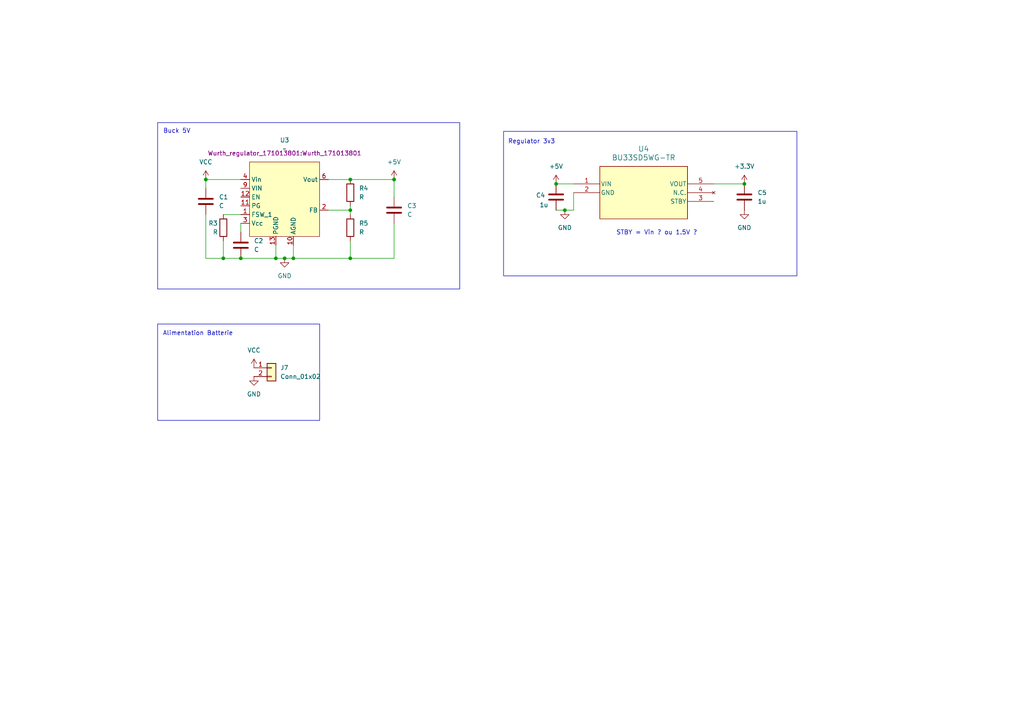
<source format=kicad_sch>
(kicad_sch
	(version 20231120)
	(generator "eeschema")
	(generator_version "8.0")
	(uuid "e0eeb90b-6523-454b-b38c-91bf9abdf46c")
	(paper "A4")
	(lib_symbols
		(symbol "2025-03-16_15-16-17:BU33SD5WG-TR"
			(pin_names
				(offset 0.254)
			)
			(exclude_from_sim no)
			(in_bom yes)
			(on_board yes)
			(property "Reference" "U"
				(at 20.32 10.16 0)
				(effects
					(font
						(size 1.524 1.524)
					)
				)
			)
			(property "Value" "BU33SD5WG-TR"
				(at 20.32 7.62 0)
				(effects
					(font
						(size 1.524 1.524)
					)
				)
			)
			(property "Footprint" "SSOP5_ROM"
				(at 0 7.366 0)
				(effects
					(font
						(size 1.27 1.27)
						(italic yes)
					)
					(hide yes)
				)
			)
			(property "Datasheet" "BU33SD5WG-TR"
				(at -0.508 5.08 0)
				(effects
					(font
						(size 1.27 1.27)
						(italic yes)
					)
					(hide yes)
				)
			)
			(property "Description" ""
				(at 0 0 0)
				(effects
					(font
						(size 1.27 1.27)
					)
					(hide yes)
				)
			)
			(property "Sim.Library" "C:\\Users\\garbe\\Downloads\\BU33SD5WG_TR\\SSOP5_ROM.stl"
				(at 16.51 12.954 0)
				(effects
					(font
						(size 1.27 1.27)
					)
					(hide yes)
				)
			)
			(property "ki_keywords" "BU33SD5WG-TR"
				(at 0 0 0)
				(effects
					(font
						(size 1.27 1.27)
					)
					(hide yes)
				)
			)
			(property "ki_fp_filters" "SSOP5_ROM SSOP5_ROM-M SSOP5_ROM-L"
				(at 0 0 0)
				(effects
					(font
						(size 1.27 1.27)
					)
					(hide yes)
				)
			)
			(symbol "BU33SD5WG-TR_0_1"
				(polyline
					(pts
						(xy 7.62 5.08) (xy 7.62 -10.16)
					)
					(stroke
						(width 0.127)
						(type default)
					)
					(fill
						(type none)
					)
				)
				(polyline
					(pts
						(xy 33.02 -10.16) (xy 33.02 5.08)
					)
					(stroke
						(width 0.127)
						(type default)
					)
					(fill
						(type none)
					)
				)
				(polyline
					(pts
						(xy 33.02 5.08) (xy 7.62 5.08)
					)
					(stroke
						(width 0.127)
						(type default)
					)
					(fill
						(type none)
					)
				)
				(pin unspecified line
					(at 0 0 0)
					(length 7.62)
					(name "VIN"
						(effects
							(font
								(size 1.27 1.27)
							)
						)
					)
					(number "1"
						(effects
							(font
								(size 1.27 1.27)
							)
						)
					)
				)
				(pin power_out line
					(at 0 -2.54 0)
					(length 7.62)
					(name "GND"
						(effects
							(font
								(size 1.27 1.27)
							)
						)
					)
					(number "2"
						(effects
							(font
								(size 1.27 1.27)
							)
						)
					)
				)
				(pin unspecified line
					(at 40.64 -5.08 180)
					(length 7.62)
					(name "STBY"
						(effects
							(font
								(size 1.27 1.27)
							)
						)
					)
					(number "3"
						(effects
							(font
								(size 1.27 1.27)
							)
						)
					)
				)
				(pin no_connect line
					(at 40.64 -2.54 180)
					(length 7.62)
					(name "N.C."
						(effects
							(font
								(size 1.27 1.27)
							)
						)
					)
					(number "4"
						(effects
							(font
								(size 1.27 1.27)
							)
						)
					)
				)
				(pin output line
					(at 40.64 0 180)
					(length 7.62)
					(name "VOUT"
						(effects
							(font
								(size 1.27 1.27)
							)
						)
					)
					(number "5"
						(effects
							(font
								(size 1.27 1.27)
							)
						)
					)
				)
			)
			(symbol "BU33SD5WG-TR_1_1"
				(rectangle
					(start 7.62 5.08)
					(end 33.02 -10.16)
					(stroke
						(width 0)
						(type default)
					)
					(fill
						(type background)
					)
				)
			)
		)
		(symbol "Connector_Generic:Conn_01x02"
			(pin_names
				(offset 1.016) hide)
			(exclude_from_sim no)
			(in_bom yes)
			(on_board yes)
			(property "Reference" "J"
				(at 0 2.54 0)
				(effects
					(font
						(size 1.27 1.27)
					)
				)
			)
			(property "Value" "Conn_01x02"
				(at 0 -5.08 0)
				(effects
					(font
						(size 1.27 1.27)
					)
				)
			)
			(property "Footprint" ""
				(at 0 0 0)
				(effects
					(font
						(size 1.27 1.27)
					)
					(hide yes)
				)
			)
			(property "Datasheet" "~"
				(at 0 0 0)
				(effects
					(font
						(size 1.27 1.27)
					)
					(hide yes)
				)
			)
			(property "Description" "Generic connector, single row, 01x02, script generated (kicad-library-utils/schlib/autogen/connector/)"
				(at 0 0 0)
				(effects
					(font
						(size 1.27 1.27)
					)
					(hide yes)
				)
			)
			(property "ki_keywords" "connector"
				(at 0 0 0)
				(effects
					(font
						(size 1.27 1.27)
					)
					(hide yes)
				)
			)
			(property "ki_fp_filters" "Connector*:*_1x??_*"
				(at 0 0 0)
				(effects
					(font
						(size 1.27 1.27)
					)
					(hide yes)
				)
			)
			(symbol "Conn_01x02_1_1"
				(rectangle
					(start -1.27 -2.413)
					(end 0 -2.667)
					(stroke
						(width 0.1524)
						(type default)
					)
					(fill
						(type none)
					)
				)
				(rectangle
					(start -1.27 0.127)
					(end 0 -0.127)
					(stroke
						(width 0.1524)
						(type default)
					)
					(fill
						(type none)
					)
				)
				(rectangle
					(start -1.27 1.27)
					(end 1.27 -3.81)
					(stroke
						(width 0.254)
						(type default)
					)
					(fill
						(type background)
					)
				)
				(pin passive line
					(at -5.08 0 0)
					(length 3.81)
					(name "Pin_1"
						(effects
							(font
								(size 1.27 1.27)
							)
						)
					)
					(number "1"
						(effects
							(font
								(size 1.27 1.27)
							)
						)
					)
				)
				(pin passive line
					(at -5.08 -2.54 0)
					(length 3.81)
					(name "Pin_2"
						(effects
							(font
								(size 1.27 1.27)
							)
						)
					)
					(number "2"
						(effects
							(font
								(size 1.27 1.27)
							)
						)
					)
				)
			)
		)
		(symbol "Device:C"
			(pin_numbers hide)
			(pin_names
				(offset 0.254)
			)
			(exclude_from_sim no)
			(in_bom yes)
			(on_board yes)
			(property "Reference" "C"
				(at 0.635 2.54 0)
				(effects
					(font
						(size 1.27 1.27)
					)
					(justify left)
				)
			)
			(property "Value" "C"
				(at 0.635 -2.54 0)
				(effects
					(font
						(size 1.27 1.27)
					)
					(justify left)
				)
			)
			(property "Footprint" ""
				(at 0.9652 -3.81 0)
				(effects
					(font
						(size 1.27 1.27)
					)
					(hide yes)
				)
			)
			(property "Datasheet" "~"
				(at 0 0 0)
				(effects
					(font
						(size 1.27 1.27)
					)
					(hide yes)
				)
			)
			(property "Description" "Unpolarized capacitor"
				(at 0 0 0)
				(effects
					(font
						(size 1.27 1.27)
					)
					(hide yes)
				)
			)
			(property "ki_keywords" "cap capacitor"
				(at 0 0 0)
				(effects
					(font
						(size 1.27 1.27)
					)
					(hide yes)
				)
			)
			(property "ki_fp_filters" "C_*"
				(at 0 0 0)
				(effects
					(font
						(size 1.27 1.27)
					)
					(hide yes)
				)
			)
			(symbol "C_0_1"
				(polyline
					(pts
						(xy -2.032 -0.762) (xy 2.032 -0.762)
					)
					(stroke
						(width 0.508)
						(type default)
					)
					(fill
						(type none)
					)
				)
				(polyline
					(pts
						(xy -2.032 0.762) (xy 2.032 0.762)
					)
					(stroke
						(width 0.508)
						(type default)
					)
					(fill
						(type none)
					)
				)
			)
			(symbol "C_1_1"
				(pin passive line
					(at 0 3.81 270)
					(length 2.794)
					(name "~"
						(effects
							(font
								(size 1.27 1.27)
							)
						)
					)
					(number "1"
						(effects
							(font
								(size 1.27 1.27)
							)
						)
					)
				)
				(pin passive line
					(at 0 -3.81 90)
					(length 2.794)
					(name "~"
						(effects
							(font
								(size 1.27 1.27)
							)
						)
					)
					(number "2"
						(effects
							(font
								(size 1.27 1.27)
							)
						)
					)
				)
			)
		)
		(symbol "Device:R"
			(pin_numbers hide)
			(pin_names
				(offset 0)
			)
			(exclude_from_sim no)
			(in_bom yes)
			(on_board yes)
			(property "Reference" "R"
				(at 2.032 0 90)
				(effects
					(font
						(size 1.27 1.27)
					)
				)
			)
			(property "Value" "R"
				(at 0 0 90)
				(effects
					(font
						(size 1.27 1.27)
					)
				)
			)
			(property "Footprint" ""
				(at -1.778 0 90)
				(effects
					(font
						(size 1.27 1.27)
					)
					(hide yes)
				)
			)
			(property "Datasheet" "~"
				(at 0 0 0)
				(effects
					(font
						(size 1.27 1.27)
					)
					(hide yes)
				)
			)
			(property "Description" "Resistor"
				(at 0 0 0)
				(effects
					(font
						(size 1.27 1.27)
					)
					(hide yes)
				)
			)
			(property "ki_keywords" "R res resistor"
				(at 0 0 0)
				(effects
					(font
						(size 1.27 1.27)
					)
					(hide yes)
				)
			)
			(property "ki_fp_filters" "R_*"
				(at 0 0 0)
				(effects
					(font
						(size 1.27 1.27)
					)
					(hide yes)
				)
			)
			(symbol "R_0_1"
				(rectangle
					(start -1.016 -2.54)
					(end 1.016 2.54)
					(stroke
						(width 0.254)
						(type default)
					)
					(fill
						(type none)
					)
				)
			)
			(symbol "R_1_1"
				(pin passive line
					(at 0 3.81 270)
					(length 1.27)
					(name "~"
						(effects
							(font
								(size 1.27 1.27)
							)
						)
					)
					(number "1"
						(effects
							(font
								(size 1.27 1.27)
							)
						)
					)
				)
				(pin passive line
					(at 0 -3.81 90)
					(length 1.27)
					(name "~"
						(effects
							(font
								(size 1.27 1.27)
							)
						)
					)
					(number "2"
						(effects
							(font
								(size 1.27 1.27)
							)
						)
					)
				)
			)
		)
		(symbol "Wurth_regulator_171013801:Regulator_Wurth_171013801"
			(exclude_from_sim no)
			(in_bom yes)
			(on_board yes)
			(property "Reference" "U"
				(at -0.254 7.366 0)
				(effects
					(font
						(size 1.27 1.27)
					)
				)
			)
			(property "Value" ""
				(at 0 0 0)
				(effects
					(font
						(size 1.27 1.27)
					)
				)
			)
			(property "Footprint" "Wurth_regulator_171013801:Wurth_171013801"
				(at 4.064 11.43 0)
				(effects
					(font
						(size 1.27 1.27)
					)
				)
			)
			(property "Datasheet" ""
				(at 0 0 0)
				(effects
					(font
						(size 1.27 1.27)
					)
					(hide yes)
				)
			)
			(property "Description" ""
				(at 0 0 0)
				(effects
					(font
						(size 1.27 1.27)
					)
					(hide yes)
				)
			)
			(symbol "Regulator_Wurth_171013801_1_1"
				(rectangle
					(start -10.16 10.16)
					(end 10.16 -11.43)
					(stroke
						(width 0)
						(type default)
					)
					(fill
						(type background)
					)
				)
				(pin input line
					(at -12.7 -5.08 0)
					(length 2.54)
					(name "FSW_1"
						(effects
							(font
								(size 1.27 1.27)
							)
						)
					)
					(number "1"
						(effects
							(font
								(size 1.27 1.27)
							)
						)
					)
				)
				(pin input line
					(at 2.54 -13.97 90)
					(length 2.54)
					(name "AGND"
						(effects
							(font
								(size 1.27 1.27)
							)
						)
					)
					(number "10"
						(effects
							(font
								(size 1.27 1.27)
							)
						)
					)
				)
				(pin power_in line
					(at -12.7 -2.54 0)
					(length 2.54)
					(name "PG"
						(effects
							(font
								(size 1.27 1.27)
							)
						)
					)
					(number "11"
						(effects
							(font
								(size 1.27 1.27)
							)
						)
					)
				)
				(pin input line
					(at -12.7 0 0)
					(length 2.54)
					(name "EN"
						(effects
							(font
								(size 1.27 1.27)
							)
						)
					)
					(number "12"
						(effects
							(font
								(size 1.27 1.27)
							)
						)
					)
				)
				(pin input line
					(at -2.54 -13.97 90)
					(length 2.54)
					(name "PGND"
						(effects
							(font
								(size 1.27 1.27)
							)
						)
					)
					(number "13"
						(effects
							(font
								(size 1.27 1.27)
							)
						)
					)
				)
				(pin input line
					(at 12.7 -3.81 180)
					(length 2.54)
					(name "FB"
						(effects
							(font
								(size 1.27 1.27)
							)
						)
					)
					(number "2"
						(effects
							(font
								(size 1.27 1.27)
							)
						)
					)
				)
				(pin power_out line
					(at -12.7 -7.62 0)
					(length 2.54)
					(name "Vcc"
						(effects
							(font
								(size 1.27 1.27)
							)
						)
					)
					(number "3"
						(effects
							(font
								(size 1.27 1.27)
							)
						)
					)
				)
				(pin power_in line
					(at -12.7 5.08 0)
					(length 2.54)
					(name "Vin"
						(effects
							(font
								(size 1.27 1.27)
							)
						)
					)
					(number "4"
						(effects
							(font
								(size 1.27 1.27)
							)
						)
					)
				)
				(pin power_in line
					(at -12.7 5.08 0)
					(length 2.54) hide
					(name "Vin"
						(effects
							(font
								(size 1.27 1.27)
							)
						)
					)
					(number "5"
						(effects
							(font
								(size 1.27 1.27)
							)
						)
					)
				)
				(pin power_out line
					(at 12.7 5.08 180)
					(length 2.54)
					(name "Vout"
						(effects
							(font
								(size 1.27 1.27)
							)
						)
					)
					(number "6"
						(effects
							(font
								(size 1.27 1.27)
							)
						)
					)
				)
				(pin power_out line
					(at 12.7 5.08 180)
					(length 2.54) hide
					(name "Vout"
						(effects
							(font
								(size 1.27 1.27)
							)
						)
					)
					(number "7"
						(effects
							(font
								(size 1.27 1.27)
							)
						)
					)
				)
				(pin no_connect line
					(at 12.7 2.54 180)
					(length 2.54) hide
					(name "DNC"
						(effects
							(font
								(size 1.27 1.27)
							)
						)
					)
					(number "8"
						(effects
							(font
								(size 1.27 1.27)
							)
						)
					)
				)
				(pin power_out line
					(at -12.7 2.54 0)
					(length 2.54)
					(name "VIN"
						(effects
							(font
								(size 1.27 1.27)
							)
						)
					)
					(number "9"
						(effects
							(font
								(size 1.27 1.27)
							)
						)
					)
				)
			)
		)
		(symbol "power:GND"
			(power)
			(pin_numbers hide)
			(pin_names
				(offset 0) hide)
			(exclude_from_sim no)
			(in_bom yes)
			(on_board yes)
			(property "Reference" "#PWR"
				(at 0 -6.35 0)
				(effects
					(font
						(size 1.27 1.27)
					)
					(hide yes)
				)
			)
			(property "Value" "GND"
				(at 0 -3.81 0)
				(effects
					(font
						(size 1.27 1.27)
					)
				)
			)
			(property "Footprint" ""
				(at 0 0 0)
				(effects
					(font
						(size 1.27 1.27)
					)
					(hide yes)
				)
			)
			(property "Datasheet" ""
				(at 0 0 0)
				(effects
					(font
						(size 1.27 1.27)
					)
					(hide yes)
				)
			)
			(property "Description" "Power symbol creates a global label with name \"GND\" , ground"
				(at 0 0 0)
				(effects
					(font
						(size 1.27 1.27)
					)
					(hide yes)
				)
			)
			(property "ki_keywords" "global power"
				(at 0 0 0)
				(effects
					(font
						(size 1.27 1.27)
					)
					(hide yes)
				)
			)
			(symbol "GND_0_1"
				(polyline
					(pts
						(xy 0 0) (xy 0 -1.27) (xy 1.27 -1.27) (xy 0 -2.54) (xy -1.27 -1.27) (xy 0 -1.27)
					)
					(stroke
						(width 0)
						(type default)
					)
					(fill
						(type none)
					)
				)
			)
			(symbol "GND_1_1"
				(pin power_in line
					(at 0 0 270)
					(length 0)
					(name "~"
						(effects
							(font
								(size 1.27 1.27)
							)
						)
					)
					(number "1"
						(effects
							(font
								(size 1.27 1.27)
							)
						)
					)
				)
			)
		)
		(symbol "power:VCC"
			(power)
			(pin_numbers hide)
			(pin_names
				(offset 0) hide)
			(exclude_from_sim no)
			(in_bom yes)
			(on_board yes)
			(property "Reference" "#PWR"
				(at 0 -3.81 0)
				(effects
					(font
						(size 1.27 1.27)
					)
					(hide yes)
				)
			)
			(property "Value" "VCC"
				(at 0 3.556 0)
				(effects
					(font
						(size 1.27 1.27)
					)
				)
			)
			(property "Footprint" ""
				(at 0 0 0)
				(effects
					(font
						(size 1.27 1.27)
					)
					(hide yes)
				)
			)
			(property "Datasheet" ""
				(at 0 0 0)
				(effects
					(font
						(size 1.27 1.27)
					)
					(hide yes)
				)
			)
			(property "Description" "Power symbol creates a global label with name \"VCC\""
				(at 0 0 0)
				(effects
					(font
						(size 1.27 1.27)
					)
					(hide yes)
				)
			)
			(property "ki_keywords" "global power"
				(at 0 0 0)
				(effects
					(font
						(size 1.27 1.27)
					)
					(hide yes)
				)
			)
			(symbol "VCC_0_1"
				(polyline
					(pts
						(xy -0.762 1.27) (xy 0 2.54)
					)
					(stroke
						(width 0)
						(type default)
					)
					(fill
						(type none)
					)
				)
				(polyline
					(pts
						(xy 0 0) (xy 0 2.54)
					)
					(stroke
						(width 0)
						(type default)
					)
					(fill
						(type none)
					)
				)
				(polyline
					(pts
						(xy 0 2.54) (xy 0.762 1.27)
					)
					(stroke
						(width 0)
						(type default)
					)
					(fill
						(type none)
					)
				)
			)
			(symbol "VCC_1_1"
				(pin power_in line
					(at 0 0 90)
					(length 0)
					(name "~"
						(effects
							(font
								(size 1.27 1.27)
							)
						)
					)
					(number "1"
						(effects
							(font
								(size 1.27 1.27)
							)
						)
					)
				)
			)
		)
	)
	(junction
		(at 64.77 74.93)
		(diameter 0)
		(color 0 0 0 0)
		(uuid "045a4b72-59bc-4aaf-82a9-ed4f1dc64558")
	)
	(junction
		(at 101.6 60.96)
		(diameter 0)
		(color 0 0 0 0)
		(uuid "06d4b060-c791-4c49-bbfe-14836e517777")
	)
	(junction
		(at 59.69 52.07)
		(diameter 0)
		(color 0 0 0 0)
		(uuid "117e3d07-cce3-4834-9aaa-03e89131657a")
	)
	(junction
		(at 161.29 53.34)
		(diameter 0)
		(color 0 0 0 0)
		(uuid "1f906051-cb8a-4099-baf4-49832e07a44c")
	)
	(junction
		(at 114.3 52.07)
		(diameter 0)
		(color 0 0 0 0)
		(uuid "2e8d9e2b-91b7-451f-813c-6f2d4f4bd345")
	)
	(junction
		(at 80.01 74.93)
		(diameter 0)
		(color 0 0 0 0)
		(uuid "4c8768eb-928f-466c-a649-fb41b18c3eba")
	)
	(junction
		(at 85.09 74.93)
		(diameter 0)
		(color 0 0 0 0)
		(uuid "5acf6593-f404-4dbb-9bee-efc8e5254d52")
	)
	(junction
		(at 69.85 74.93)
		(diameter 0)
		(color 0 0 0 0)
		(uuid "5faec959-9660-49cb-9e10-67ee91f21c30")
	)
	(junction
		(at 101.6 74.93)
		(diameter 0)
		(color 0 0 0 0)
		(uuid "62fdba22-bf0c-48c0-acb0-585d402858a0")
	)
	(junction
		(at 163.83 60.96)
		(diameter 0)
		(color 0 0 0 0)
		(uuid "6dd77e4d-309a-47d5-a53f-b1ec407a0bcb")
	)
	(junction
		(at 82.55 74.93)
		(diameter 0)
		(color 0 0 0 0)
		(uuid "b06a6cab-be07-4fd7-b961-a01c04e37cca")
	)
	(junction
		(at 215.9 53.34)
		(diameter 0)
		(color 0 0 0 0)
		(uuid "d5476526-6603-4300-8774-28e3c27d19ba")
	)
	(junction
		(at 101.6 52.07)
		(diameter 0)
		(color 0 0 0 0)
		(uuid "ea029324-63a9-42a3-b177-c4839bbcbc88")
	)
	(wire
		(pts
			(xy 80.01 74.93) (xy 82.55 74.93)
		)
		(stroke
			(width 0)
			(type default)
		)
		(uuid "00daf659-dd25-4ecf-9f9d-15f1ca8436a4")
	)
	(wire
		(pts
			(xy 101.6 59.69) (xy 101.6 60.96)
		)
		(stroke
			(width 0)
			(type default)
		)
		(uuid "030aa15c-8f81-4100-8bbf-22bf3feae375")
	)
	(wire
		(pts
			(xy 59.69 62.23) (xy 59.69 74.93)
		)
		(stroke
			(width 0)
			(type default)
		)
		(uuid "04c01698-2ede-4f2d-9f5c-59face10c6a6")
	)
	(wire
		(pts
			(xy 64.77 74.93) (xy 64.77 69.85)
		)
		(stroke
			(width 0)
			(type default)
		)
		(uuid "0f540888-e025-44c6-a2e9-077395cf2454")
	)
	(wire
		(pts
			(xy 80.01 74.93) (xy 69.85 74.93)
		)
		(stroke
			(width 0)
			(type default)
		)
		(uuid "1a106f28-c617-42c1-a4cc-9665f48eeba5")
	)
	(wire
		(pts
			(xy 59.69 52.07) (xy 69.85 52.07)
		)
		(stroke
			(width 0)
			(type default)
		)
		(uuid "1a7f1f39-211f-41e4-b0ca-50dc75d0991b")
	)
	(wire
		(pts
			(xy 101.6 74.93) (xy 101.6 69.85)
		)
		(stroke
			(width 0)
			(type default)
		)
		(uuid "24815eda-39e6-4c52-a6a5-2384ea4d3d91")
	)
	(wire
		(pts
			(xy 95.25 52.07) (xy 101.6 52.07)
		)
		(stroke
			(width 0)
			(type default)
		)
		(uuid "329ebf94-7cc1-4693-bb7e-9a28fa584b59")
	)
	(wire
		(pts
			(xy 85.09 74.93) (xy 101.6 74.93)
		)
		(stroke
			(width 0)
			(type default)
		)
		(uuid "37d3f0f3-c662-4958-8ff9-5880603afb57")
	)
	(wire
		(pts
			(xy 85.09 74.93) (xy 85.09 71.12)
		)
		(stroke
			(width 0)
			(type default)
		)
		(uuid "3e8a2ac0-8414-4930-9805-09c91df7328a")
	)
	(wire
		(pts
			(xy 166.37 55.88) (xy 166.37 60.96)
		)
		(stroke
			(width 0)
			(type default)
		)
		(uuid "4f4ed5ef-d947-4143-8636-14aeecde348b")
	)
	(wire
		(pts
			(xy 166.37 60.96) (xy 163.83 60.96)
		)
		(stroke
			(width 0)
			(type default)
		)
		(uuid "553e0784-a1c0-4ad4-8657-65d23c9e9886")
	)
	(wire
		(pts
			(xy 69.85 74.93) (xy 64.77 74.93)
		)
		(stroke
			(width 0)
			(type default)
		)
		(uuid "5907ed41-6e55-46ca-b1e4-5cc70aeb1a18")
	)
	(wire
		(pts
			(xy 101.6 52.07) (xy 114.3 52.07)
		)
		(stroke
			(width 0)
			(type default)
		)
		(uuid "59e16298-fb0e-481d-922d-eb972990c160")
	)
	(wire
		(pts
			(xy 69.85 64.77) (xy 69.85 67.31)
		)
		(stroke
			(width 0)
			(type default)
		)
		(uuid "661b41c7-d373-494f-bfb3-f099f49fd421")
	)
	(wire
		(pts
			(xy 59.69 74.93) (xy 64.77 74.93)
		)
		(stroke
			(width 0)
			(type default)
		)
		(uuid "680282e2-7053-4d46-a864-2528c3c85926")
	)
	(wire
		(pts
			(xy 114.3 74.93) (xy 101.6 74.93)
		)
		(stroke
			(width 0)
			(type default)
		)
		(uuid "7c052abe-2081-44c5-951a-33817cf282d2")
	)
	(wire
		(pts
			(xy 59.69 52.07) (xy 59.69 54.61)
		)
		(stroke
			(width 0)
			(type default)
		)
		(uuid "863261f0-e8b6-4563-953c-92167a7c8cee")
	)
	(wire
		(pts
			(xy 80.01 71.12) (xy 80.01 74.93)
		)
		(stroke
			(width 0)
			(type default)
		)
		(uuid "94d74aae-3b10-495c-8239-8b5a2e51e325")
	)
	(wire
		(pts
			(xy 82.55 74.93) (xy 85.09 74.93)
		)
		(stroke
			(width 0)
			(type default)
		)
		(uuid "98cf4a4c-8172-4838-b22d-897e35f8e60d")
	)
	(wire
		(pts
			(xy 101.6 60.96) (xy 101.6 62.23)
		)
		(stroke
			(width 0)
			(type default)
		)
		(uuid "9dcf8a50-2eb3-4451-9ca5-da6abf0c76fc")
	)
	(wire
		(pts
			(xy 64.77 62.23) (xy 69.85 62.23)
		)
		(stroke
			(width 0)
			(type default)
		)
		(uuid "aa0b445f-bc87-42c3-a366-38914f7f750f")
	)
	(wire
		(pts
			(xy 161.29 53.34) (xy 166.37 53.34)
		)
		(stroke
			(width 0)
			(type default)
		)
		(uuid "ab5c7e10-a2ae-4a2a-87b6-f13ab414163d")
	)
	(wire
		(pts
			(xy 95.25 60.96) (xy 101.6 60.96)
		)
		(stroke
			(width 0)
			(type default)
		)
		(uuid "c720ee86-0905-4929-90f4-404a6342eab4")
	)
	(wire
		(pts
			(xy 207.01 53.34) (xy 215.9 53.34)
		)
		(stroke
			(width 0)
			(type default)
		)
		(uuid "cfb2af36-9b2d-441d-839e-f20fbb24d7a1")
	)
	(wire
		(pts
			(xy 114.3 64.77) (xy 114.3 74.93)
		)
		(stroke
			(width 0)
			(type default)
		)
		(uuid "eaea92e1-4817-4a12-a2e1-c5aa99dcfce3")
	)
	(wire
		(pts
			(xy 114.3 52.07) (xy 114.3 57.15)
		)
		(stroke
			(width 0)
			(type default)
		)
		(uuid "f5d37586-a5fa-4717-97b1-dfdca02d940b")
	)
	(wire
		(pts
			(xy 163.83 60.96) (xy 161.29 60.96)
		)
		(stroke
			(width 0)
			(type default)
		)
		(uuid "ffb118aa-3e53-4b32-b164-28f0153bce60")
	)
	(rectangle
		(start 45.72 93.98)
		(end 92.71 121.92)
		(stroke
			(width 0)
			(type default)
		)
		(fill
			(type none)
		)
		(uuid 36295d85-2394-4843-855f-6884d7409058)
	)
	(rectangle
		(start 45.72 35.56)
		(end 133.35 83.82)
		(stroke
			(width 0)
			(type default)
		)
		(fill
			(type none)
		)
		(uuid a9f931cf-fd9a-488a-bef2-3c050466df27)
	)
	(rectangle
		(start 146.05 38.1)
		(end 231.14 80.01)
		(stroke
			(width 0)
			(type default)
		)
		(fill
			(type none)
		)
		(uuid d091bf21-26c8-447a-96c7-55409e3e797d)
	)
	(text "Alimentation Batterie"
		(exclude_from_sim no)
		(at 57.404 96.774 0)
		(effects
			(font
				(size 1.27 1.27)
			)
		)
		(uuid "5595102d-c87c-4329-aa37-0fcb7480efdb")
	)
	(text "Regulator 3v3\n"
		(exclude_from_sim no)
		(at 154.178 41.148 0)
		(effects
			(font
				(size 1.27 1.27)
			)
		)
		(uuid "99f21b5e-b0ae-41d3-9913-f45b6c649bc3")
	)
	(text "STBY = Vin ? ou 1.5V ?\n"
		(exclude_from_sim no)
		(at 190.5 67.564 0)
		(effects
			(font
				(size 1.27 1.27)
			)
		)
		(uuid "d77add24-2003-4303-8e6f-d0af86e5c6dd")
	)
	(text "Buck 5V\n"
		(exclude_from_sim no)
		(at 51.308 38.1 0)
		(effects
			(font
				(size 1.27 1.27)
			)
		)
		(uuid "ffcc7d1d-0df8-4fc0-992b-6d21039e6d7b")
	)
	(symbol
		(lib_id "Device:C")
		(at 161.29 57.15 0)
		(unit 1)
		(exclude_from_sim no)
		(in_bom yes)
		(on_board yes)
		(dnp no)
		(uuid "016ff56f-3032-4581-b7ff-fc8167a77f29")
		(property "Reference" "C4"
			(at 155.448 56.642 0)
			(effects
				(font
					(size 1.27 1.27)
				)
				(justify left)
			)
		)
		(property "Value" "1u"
			(at 156.464 59.436 0)
			(effects
				(font
					(size 1.27 1.27)
				)
				(justify left)
			)
		)
		(property "Footprint" ""
			(at 162.2552 60.96 0)
			(effects
				(font
					(size 1.27 1.27)
				)
				(hide yes)
			)
		)
		(property "Datasheet" "~"
			(at 161.29 57.15 0)
			(effects
				(font
					(size 1.27 1.27)
				)
				(hide yes)
			)
		)
		(property "Description" "Unpolarized capacitor"
			(at 161.29 57.15 0)
			(effects
				(font
					(size 1.27 1.27)
				)
				(hide yes)
			)
		)
		(pin "2"
			(uuid "b9ab4774-d8b2-44d5-9d5b-2da4ee166f04")
		)
		(pin "1"
			(uuid "1868ce99-fba6-4bcf-a147-71488f6f394e")
		)
		(instances
			(project "PCB_Module_Payement"
				(path "/48ddf8d7-54b6-4c34-8554-2bb8e32bda4b/ac7e33cb-006f-48f6-93b0-aad0d3b0876b"
					(reference "C4")
					(unit 1)
				)
			)
		)
	)
	(symbol
		(lib_id "power:VCC")
		(at 73.66 106.68 0)
		(unit 1)
		(exclude_from_sim no)
		(in_bom yes)
		(on_board yes)
		(dnp no)
		(fields_autoplaced yes)
		(uuid "05777e02-60eb-4525-9015-73ac7fe5bda2")
		(property "Reference" "#PWR05"
			(at 73.66 110.49 0)
			(effects
				(font
					(size 1.27 1.27)
				)
				(hide yes)
			)
		)
		(property "Value" "VCC"
			(at 73.66 101.6 0)
			(effects
				(font
					(size 1.27 1.27)
				)
			)
		)
		(property "Footprint" ""
			(at 73.66 106.68 0)
			(effects
				(font
					(size 1.27 1.27)
				)
				(hide yes)
			)
		)
		(property "Datasheet" ""
			(at 73.66 106.68 0)
			(effects
				(font
					(size 1.27 1.27)
				)
				(hide yes)
			)
		)
		(property "Description" "Power symbol creates a global label with name \"VCC\""
			(at 73.66 106.68 0)
			(effects
				(font
					(size 1.27 1.27)
				)
				(hide yes)
			)
		)
		(pin "1"
			(uuid "4c218907-4833-4599-a881-8bcfbee76c9a")
		)
		(instances
			(project ""
				(path "/48ddf8d7-54b6-4c34-8554-2bb8e32bda4b/ac7e33cb-006f-48f6-93b0-aad0d3b0876b"
					(reference "#PWR05")
					(unit 1)
				)
			)
		)
	)
	(symbol
		(lib_id "Device:R")
		(at 101.6 55.88 0)
		(unit 1)
		(exclude_from_sim no)
		(in_bom yes)
		(on_board yes)
		(dnp no)
		(fields_autoplaced yes)
		(uuid "0e41700c-4629-42d4-90ef-9e00a34858da")
		(property "Reference" "R4"
			(at 104.14 54.6099 0)
			(effects
				(font
					(size 1.27 1.27)
				)
				(justify left)
			)
		)
		(property "Value" "R"
			(at 104.14 57.1499 0)
			(effects
				(font
					(size 1.27 1.27)
				)
				(justify left)
			)
		)
		(property "Footprint" ""
			(at 99.822 55.88 90)
			(effects
				(font
					(size 1.27 1.27)
				)
				(hide yes)
			)
		)
		(property "Datasheet" "~"
			(at 101.6 55.88 0)
			(effects
				(font
					(size 1.27 1.27)
				)
				(hide yes)
			)
		)
		(property "Description" "Resistor"
			(at 101.6 55.88 0)
			(effects
				(font
					(size 1.27 1.27)
				)
				(hide yes)
			)
		)
		(pin "2"
			(uuid "e86122f3-d3c8-4295-9603-5ea9bc97fd06")
		)
		(pin "1"
			(uuid "cb849ec9-a72f-454a-ae96-e1211762ce0f")
		)
		(instances
			(project "PCB_Module_Payement"
				(path "/48ddf8d7-54b6-4c34-8554-2bb8e32bda4b/ac7e33cb-006f-48f6-93b0-aad0d3b0876b"
					(reference "R4")
					(unit 1)
				)
			)
		)
	)
	(symbol
		(lib_id "Connector_Generic:Conn_01x02")
		(at 78.74 106.68 0)
		(unit 1)
		(exclude_from_sim no)
		(in_bom yes)
		(on_board yes)
		(dnp no)
		(fields_autoplaced yes)
		(uuid "0ed06b4b-bc12-4716-809e-d483eb543194")
		(property "Reference" "J7"
			(at 81.28 106.6799 0)
			(effects
				(font
					(size 1.27 1.27)
				)
				(justify left)
			)
		)
		(property "Value" "Conn_01x02"
			(at 81.28 109.2199 0)
			(effects
				(font
					(size 1.27 1.27)
				)
				(justify left)
			)
		)
		(property "Footprint" "Connector_JST:JST_XH_B2B-XH-A_1x02_P2.50mm_Vertical"
			(at 78.74 106.68 0)
			(effects
				(font
					(size 1.27 1.27)
				)
				(hide yes)
			)
		)
		(property "Datasheet" "~"
			(at 78.74 106.68 0)
			(effects
				(font
					(size 1.27 1.27)
				)
				(hide yes)
			)
		)
		(property "Description" "Generic connector, single row, 01x02, script generated (kicad-library-utils/schlib/autogen/connector/)"
			(at 78.74 106.68 0)
			(effects
				(font
					(size 1.27 1.27)
				)
				(hide yes)
			)
		)
		(pin "1"
			(uuid "337ea9ed-c210-484d-a29a-50ed58e23dc7")
		)
		(pin "2"
			(uuid "4cb71ae2-fa20-4b4e-8b2b-556929db0b9f")
		)
		(instances
			(project ""
				(path "/48ddf8d7-54b6-4c34-8554-2bb8e32bda4b/ac7e33cb-006f-48f6-93b0-aad0d3b0876b"
					(reference "J7")
					(unit 1)
				)
			)
		)
	)
	(symbol
		(lib_id "power:GND")
		(at 163.83 60.96 0)
		(unit 1)
		(exclude_from_sim no)
		(in_bom yes)
		(on_board yes)
		(dnp no)
		(fields_autoplaced yes)
		(uuid "15963bef-3780-4032-a5d0-7b1c824581ac")
		(property "Reference" "#PWR011"
			(at 163.83 67.31 0)
			(effects
				(font
					(size 1.27 1.27)
				)
				(hide yes)
			)
		)
		(property "Value" "GND"
			(at 163.83 66.04 0)
			(effects
				(font
					(size 1.27 1.27)
				)
			)
		)
		(property "Footprint" ""
			(at 163.83 60.96 0)
			(effects
				(font
					(size 1.27 1.27)
				)
				(hide yes)
			)
		)
		(property "Datasheet" ""
			(at 163.83 60.96 0)
			(effects
				(font
					(size 1.27 1.27)
				)
				(hide yes)
			)
		)
		(property "Description" "Power symbol creates a global label with name \"GND\" , ground"
			(at 163.83 60.96 0)
			(effects
				(font
					(size 1.27 1.27)
				)
				(hide yes)
			)
		)
		(pin "1"
			(uuid "5ed81867-e5aa-4721-a464-44f1fc9917e4")
		)
		(instances
			(project "PCB_Module_Payement"
				(path "/48ddf8d7-54b6-4c34-8554-2bb8e32bda4b/ac7e33cb-006f-48f6-93b0-aad0d3b0876b"
					(reference "#PWR011")
					(unit 1)
				)
			)
		)
	)
	(symbol
		(lib_id "power:VCC")
		(at 161.29 53.34 0)
		(unit 1)
		(exclude_from_sim no)
		(in_bom yes)
		(on_board yes)
		(dnp no)
		(fields_autoplaced yes)
		(uuid "1c9a7dd6-c479-4f36-bc04-c3f992ac63c0")
		(property "Reference" "#PWR08"
			(at 161.29 57.15 0)
			(effects
				(font
					(size 1.27 1.27)
				)
				(hide yes)
			)
		)
		(property "Value" "+5V"
			(at 161.29 48.26 0)
			(effects
				(font
					(size 1.27 1.27)
				)
			)
		)
		(property "Footprint" ""
			(at 161.29 53.34 0)
			(effects
				(font
					(size 1.27 1.27)
				)
				(hide yes)
			)
		)
		(property "Datasheet" ""
			(at 161.29 53.34 0)
			(effects
				(font
					(size 1.27 1.27)
				)
				(hide yes)
			)
		)
		(property "Description" "Power symbol creates a global label with name \"VCC\""
			(at 161.29 53.34 0)
			(effects
				(font
					(size 1.27 1.27)
				)
				(hide yes)
			)
		)
		(pin "1"
			(uuid "58d3bfc2-44e8-4759-bb91-5e051dfc7e0e")
		)
		(instances
			(project "PCB_Module_Payement"
				(path "/48ddf8d7-54b6-4c34-8554-2bb8e32bda4b/ac7e33cb-006f-48f6-93b0-aad0d3b0876b"
					(reference "#PWR08")
					(unit 1)
				)
			)
		)
	)
	(symbol
		(lib_id "Device:C")
		(at 59.69 58.42 0)
		(unit 1)
		(exclude_from_sim no)
		(in_bom yes)
		(on_board yes)
		(dnp no)
		(fields_autoplaced yes)
		(uuid "24765494-7362-49c4-97fa-e8f7921c992b")
		(property "Reference" "C1"
			(at 63.5 57.1499 0)
			(effects
				(font
					(size 1.27 1.27)
				)
				(justify left)
			)
		)
		(property "Value" "C"
			(at 63.5 59.6899 0)
			(effects
				(font
					(size 1.27 1.27)
				)
				(justify left)
			)
		)
		(property "Footprint" ""
			(at 60.6552 62.23 0)
			(effects
				(font
					(size 1.27 1.27)
				)
				(hide yes)
			)
		)
		(property "Datasheet" "~"
			(at 59.69 58.42 0)
			(effects
				(font
					(size 1.27 1.27)
				)
				(hide yes)
			)
		)
		(property "Description" "Unpolarized capacitor"
			(at 59.69 58.42 0)
			(effects
				(font
					(size 1.27 1.27)
				)
				(hide yes)
			)
		)
		(pin "2"
			(uuid "378a04d5-a309-4981-b85e-19e4dd2a254b")
		)
		(pin "1"
			(uuid "3acb9176-4c2d-40ea-8ce4-8457b837feab")
		)
		(instances
			(project "PCB_Module_Payement"
				(path "/48ddf8d7-54b6-4c34-8554-2bb8e32bda4b/ac7e33cb-006f-48f6-93b0-aad0d3b0876b"
					(reference "C1")
					(unit 1)
				)
			)
		)
	)
	(symbol
		(lib_id "power:GND")
		(at 82.55 74.93 0)
		(unit 1)
		(exclude_from_sim no)
		(in_bom yes)
		(on_board yes)
		(dnp no)
		(fields_autoplaced yes)
		(uuid "2a1834bc-3ac0-42be-918e-ea12d417883c")
		(property "Reference" "#PWR03"
			(at 82.55 81.28 0)
			(effects
				(font
					(size 1.27 1.27)
				)
				(hide yes)
			)
		)
		(property "Value" "GND"
			(at 82.55 80.01 0)
			(effects
				(font
					(size 1.27 1.27)
				)
			)
		)
		(property "Footprint" ""
			(at 82.55 74.93 0)
			(effects
				(font
					(size 1.27 1.27)
				)
				(hide yes)
			)
		)
		(property "Datasheet" ""
			(at 82.55 74.93 0)
			(effects
				(font
					(size 1.27 1.27)
				)
				(hide yes)
			)
		)
		(property "Description" "Power symbol creates a global label with name \"GND\" , ground"
			(at 82.55 74.93 0)
			(effects
				(font
					(size 1.27 1.27)
				)
				(hide yes)
			)
		)
		(pin "1"
			(uuid "59e4c433-c3f8-41b9-9c3d-f3c257d32295")
		)
		(instances
			(project "PCB_Module_Payement"
				(path "/48ddf8d7-54b6-4c34-8554-2bb8e32bda4b/ac7e33cb-006f-48f6-93b0-aad0d3b0876b"
					(reference "#PWR03")
					(unit 1)
				)
			)
		)
	)
	(symbol
		(lib_id "power:VCC")
		(at 59.69 52.07 0)
		(unit 1)
		(exclude_from_sim no)
		(in_bom yes)
		(on_board yes)
		(dnp no)
		(fields_autoplaced yes)
		(uuid "4a390d11-8fda-49dd-a85c-e0d54caa4eb8")
		(property "Reference" "#PWR06"
			(at 59.69 55.88 0)
			(effects
				(font
					(size 1.27 1.27)
				)
				(hide yes)
			)
		)
		(property "Value" "VCC"
			(at 59.69 46.99 0)
			(effects
				(font
					(size 1.27 1.27)
				)
			)
		)
		(property "Footprint" ""
			(at 59.69 52.07 0)
			(effects
				(font
					(size 1.27 1.27)
				)
				(hide yes)
			)
		)
		(property "Datasheet" ""
			(at 59.69 52.07 0)
			(effects
				(font
					(size 1.27 1.27)
				)
				(hide yes)
			)
		)
		(property "Description" "Power symbol creates a global label with name \"VCC\""
			(at 59.69 52.07 0)
			(effects
				(font
					(size 1.27 1.27)
				)
				(hide yes)
			)
		)
		(pin "1"
			(uuid "fde70d28-f052-4e4b-87fe-60773611c7be")
		)
		(instances
			(project "PCB_Module_Payement"
				(path "/48ddf8d7-54b6-4c34-8554-2bb8e32bda4b/ac7e33cb-006f-48f6-93b0-aad0d3b0876b"
					(reference "#PWR06")
					(unit 1)
				)
			)
		)
	)
	(symbol
		(lib_id "Device:R")
		(at 101.6 66.04 0)
		(unit 1)
		(exclude_from_sim no)
		(in_bom yes)
		(on_board yes)
		(dnp no)
		(fields_autoplaced yes)
		(uuid "4ff3af52-9510-4a52-b5e5-809f86f72bd8")
		(property "Reference" "R5"
			(at 104.14 64.7699 0)
			(effects
				(font
					(size 1.27 1.27)
				)
				(justify left)
			)
		)
		(property "Value" "R"
			(at 104.14 67.3099 0)
			(effects
				(font
					(size 1.27 1.27)
				)
				(justify left)
			)
		)
		(property "Footprint" ""
			(at 99.822 66.04 90)
			(effects
				(font
					(size 1.27 1.27)
				)
				(hide yes)
			)
		)
		(property "Datasheet" "~"
			(at 101.6 66.04 0)
			(effects
				(font
					(size 1.27 1.27)
				)
				(hide yes)
			)
		)
		(property "Description" "Resistor"
			(at 101.6 66.04 0)
			(effects
				(font
					(size 1.27 1.27)
				)
				(hide yes)
			)
		)
		(pin "2"
			(uuid "d3fe6b1e-ada9-4132-b6c5-c3314d6deecb")
		)
		(pin "1"
			(uuid "93dc6f73-fd1f-44b1-a030-b9cfa8aadf91")
		)
		(instances
			(project "PCB_Module_Payement"
				(path "/48ddf8d7-54b6-4c34-8554-2bb8e32bda4b/ac7e33cb-006f-48f6-93b0-aad0d3b0876b"
					(reference "R5")
					(unit 1)
				)
			)
		)
	)
	(symbol
		(lib_id "power:GND")
		(at 215.9 60.96 0)
		(unit 1)
		(exclude_from_sim no)
		(in_bom yes)
		(on_board yes)
		(dnp no)
		(fields_autoplaced yes)
		(uuid "51b1bc1a-7906-431a-b694-2a8ea9dfe664")
		(property "Reference" "#PWR010"
			(at 215.9 67.31 0)
			(effects
				(font
					(size 1.27 1.27)
				)
				(hide yes)
			)
		)
		(property "Value" "GND"
			(at 215.9 66.04 0)
			(effects
				(font
					(size 1.27 1.27)
				)
			)
		)
		(property "Footprint" ""
			(at 215.9 60.96 0)
			(effects
				(font
					(size 1.27 1.27)
				)
				(hide yes)
			)
		)
		(property "Datasheet" ""
			(at 215.9 60.96 0)
			(effects
				(font
					(size 1.27 1.27)
				)
				(hide yes)
			)
		)
		(property "Description" "Power symbol creates a global label with name \"GND\" , ground"
			(at 215.9 60.96 0)
			(effects
				(font
					(size 1.27 1.27)
				)
				(hide yes)
			)
		)
		(pin "1"
			(uuid "ef46330e-2f44-41c3-b75f-a79acebd07dd")
		)
		(instances
			(project ""
				(path "/48ddf8d7-54b6-4c34-8554-2bb8e32bda4b/ac7e33cb-006f-48f6-93b0-aad0d3b0876b"
					(reference "#PWR010")
					(unit 1)
				)
			)
		)
	)
	(symbol
		(lib_id "2025-03-16_15-16-17:BU33SD5WG-TR")
		(at 166.37 53.34 0)
		(unit 1)
		(exclude_from_sim no)
		(in_bom yes)
		(on_board yes)
		(dnp no)
		(fields_autoplaced yes)
		(uuid "6786adf1-df18-4810-b7df-4ce831a89bc7")
		(property "Reference" "U4"
			(at 186.69 43.18 0)
			(effects
				(font
					(size 1.524 1.524)
				)
			)
		)
		(property "Value" "BU33SD5WG-TR"
			(at 186.69 45.72 0)
			(effects
				(font
					(size 1.524 1.524)
				)
			)
		)
		(property "Footprint" "SSOP5_ROM"
			(at 166.37 45.974 0)
			(effects
				(font
					(size 1.27 1.27)
					(italic yes)
				)
				(hide yes)
			)
		)
		(property "Datasheet" "https://fscdn.rohm.com/en/products/databook/datasheet/ic/power/linear_regulator/buxxsd5wg-e.pdf"
			(at 165.862 48.26 0)
			(effects
				(font
					(size 1.27 1.27)
					(italic yes)
				)
				(hide yes)
			)
		)
		(property "Description" ""
			(at 166.37 53.34 0)
			(effects
				(font
					(size 1.27 1.27)
				)
				(hide yes)
			)
		)
		(property "Sim.Library" "C:\\Users\\garbe\\Downloads\\BU33SD5WG_TR\\SSOP5_ROM.stl"
			(at 182.88 40.386 0)
			(effects
				(font
					(size 1.27 1.27)
				)
				(hide yes)
			)
		)
		(pin "1"
			(uuid "ed6c40ba-4ae8-44b8-852e-93109eae5725")
		)
		(pin "3"
			(uuid "d538ffd9-0a27-400f-bb06-a4c160740901")
		)
		(pin "2"
			(uuid "571a75db-2626-4a2a-b95e-e0d65251bc4b")
		)
		(pin "4"
			(uuid "28bee35c-9ade-459c-9682-7efeb1c0b358")
		)
		(pin "5"
			(uuid "f2c560f7-4075-4e27-86a6-c379fbe95aad")
		)
		(instances
			(project ""
				(path "/48ddf8d7-54b6-4c34-8554-2bb8e32bda4b/ac7e33cb-006f-48f6-93b0-aad0d3b0876b"
					(reference "U4")
					(unit 1)
				)
			)
		)
	)
	(symbol
		(lib_id "Device:C")
		(at 114.3 60.96 0)
		(unit 1)
		(exclude_from_sim no)
		(in_bom yes)
		(on_board yes)
		(dnp no)
		(fields_autoplaced yes)
		(uuid "77d6c3f7-fd57-4607-9f01-df027b36b69c")
		(property "Reference" "C3"
			(at 118.11 59.6899 0)
			(effects
				(font
					(size 1.27 1.27)
				)
				(justify left)
			)
		)
		(property "Value" "C"
			(at 118.11 62.2299 0)
			(effects
				(font
					(size 1.27 1.27)
				)
				(justify left)
			)
		)
		(property "Footprint" ""
			(at 115.2652 64.77 0)
			(effects
				(font
					(size 1.27 1.27)
				)
				(hide yes)
			)
		)
		(property "Datasheet" "~"
			(at 114.3 60.96 0)
			(effects
				(font
					(size 1.27 1.27)
				)
				(hide yes)
			)
		)
		(property "Description" "Unpolarized capacitor"
			(at 114.3 60.96 0)
			(effects
				(font
					(size 1.27 1.27)
				)
				(hide yes)
			)
		)
		(pin "2"
			(uuid "21603c71-8fa9-48e6-9f54-f409076478a1")
		)
		(pin "1"
			(uuid "71db70a2-c7d4-4ede-b857-10ea2f874d3c")
		)
		(instances
			(project "PCB_Module_Payement"
				(path "/48ddf8d7-54b6-4c34-8554-2bb8e32bda4b/ac7e33cb-006f-48f6-93b0-aad0d3b0876b"
					(reference "C3")
					(unit 1)
				)
			)
		)
	)
	(symbol
		(lib_id "power:VCC")
		(at 114.3 52.07 0)
		(unit 1)
		(exclude_from_sim no)
		(in_bom yes)
		(on_board yes)
		(dnp no)
		(fields_autoplaced yes)
		(uuid "7a05cdf4-1df7-40e9-898b-f8dcca0fac33")
		(property "Reference" "#PWR07"
			(at 114.3 55.88 0)
			(effects
				(font
					(size 1.27 1.27)
				)
				(hide yes)
			)
		)
		(property "Value" "+5V"
			(at 114.3 46.99 0)
			(effects
				(font
					(size 1.27 1.27)
				)
			)
		)
		(property "Footprint" ""
			(at 114.3 52.07 0)
			(effects
				(font
					(size 1.27 1.27)
				)
				(hide yes)
			)
		)
		(property "Datasheet" ""
			(at 114.3 52.07 0)
			(effects
				(font
					(size 1.27 1.27)
				)
				(hide yes)
			)
		)
		(property "Description" "Power symbol creates a global label with name \"VCC\""
			(at 114.3 52.07 0)
			(effects
				(font
					(size 1.27 1.27)
				)
				(hide yes)
			)
		)
		(pin "1"
			(uuid "50dbbdb5-4402-41b5-b393-d46df210fb1a")
		)
		(instances
			(project "PCB_Module_Payement"
				(path "/48ddf8d7-54b6-4c34-8554-2bb8e32bda4b/ac7e33cb-006f-48f6-93b0-aad0d3b0876b"
					(reference "#PWR07")
					(unit 1)
				)
			)
		)
	)
	(symbol
		(lib_id "power:GND")
		(at 73.66 109.22 0)
		(unit 1)
		(exclude_from_sim no)
		(in_bom yes)
		(on_board yes)
		(dnp no)
		(fields_autoplaced yes)
		(uuid "cd72e180-e615-49a4-927d-8990a4810764")
		(property "Reference" "#PWR04"
			(at 73.66 115.57 0)
			(effects
				(font
					(size 1.27 1.27)
				)
				(hide yes)
			)
		)
		(property "Value" "GND"
			(at 73.66 114.3 0)
			(effects
				(font
					(size 1.27 1.27)
				)
			)
		)
		(property "Footprint" ""
			(at 73.66 109.22 0)
			(effects
				(font
					(size 1.27 1.27)
				)
				(hide yes)
			)
		)
		(property "Datasheet" ""
			(at 73.66 109.22 0)
			(effects
				(font
					(size 1.27 1.27)
				)
				(hide yes)
			)
		)
		(property "Description" "Power symbol creates a global label with name \"GND\" , ground"
			(at 73.66 109.22 0)
			(effects
				(font
					(size 1.27 1.27)
				)
				(hide yes)
			)
		)
		(pin "1"
			(uuid "16491f71-07ab-4e49-a061-29f5611e1542")
		)
		(instances
			(project ""
				(path "/48ddf8d7-54b6-4c34-8554-2bb8e32bda4b/ac7e33cb-006f-48f6-93b0-aad0d3b0876b"
					(reference "#PWR04")
					(unit 1)
				)
			)
		)
	)
	(symbol
		(lib_id "Device:R")
		(at 64.77 66.04 0)
		(unit 1)
		(exclude_from_sim no)
		(in_bom yes)
		(on_board yes)
		(dnp no)
		(uuid "e01bb564-6122-498d-a224-228bef1f005f")
		(property "Reference" "R3"
			(at 60.452 64.77 0)
			(effects
				(font
					(size 1.27 1.27)
				)
				(justify left)
			)
		)
		(property "Value" "R"
			(at 61.722 67.31 0)
			(effects
				(font
					(size 1.27 1.27)
				)
				(justify left)
			)
		)
		(property "Footprint" ""
			(at 62.992 66.04 90)
			(effects
				(font
					(size 1.27 1.27)
				)
				(hide yes)
			)
		)
		(property "Datasheet" "~"
			(at 64.77 66.04 0)
			(effects
				(font
					(size 1.27 1.27)
				)
				(hide yes)
			)
		)
		(property "Description" "Resistor"
			(at 64.77 66.04 0)
			(effects
				(font
					(size 1.27 1.27)
				)
				(hide yes)
			)
		)
		(pin "2"
			(uuid "25003385-d7ac-4cc1-8941-8e3544c145c8")
		)
		(pin "1"
			(uuid "4b8c4d3f-24c4-4974-9380-224b71ddd3b3")
		)
		(instances
			(project "PCB_Module_Payement"
				(path "/48ddf8d7-54b6-4c34-8554-2bb8e32bda4b/ac7e33cb-006f-48f6-93b0-aad0d3b0876b"
					(reference "R3")
					(unit 1)
				)
			)
		)
	)
	(symbol
		(lib_id "Wurth_regulator_171013801:Regulator_Wurth_171013801")
		(at 82.55 57.15 0)
		(unit 1)
		(exclude_from_sim no)
		(in_bom yes)
		(on_board yes)
		(dnp no)
		(fields_autoplaced yes)
		(uuid "e3ee7c72-a064-40e4-806f-e3c9f0cb9134")
		(property "Reference" "U3"
			(at 82.55 40.64 0)
			(effects
				(font
					(size 1.27 1.27)
				)
			)
		)
		(property "Value" "~"
			(at 82.55 43.18 0)
			(effects
				(font
					(size 1.27 1.27)
				)
			)
		)
		(property "Footprint" "Wurth_regulator_171013801:Wurth_171013801"
			(at 82.55 44.45 0)
			(effects
				(font
					(size 1.27 1.27)
				)
			)
		)
		(property "Datasheet" ""
			(at 82.55 57.15 0)
			(effects
				(font
					(size 1.27 1.27)
				)
				(hide yes)
			)
		)
		(property "Description" ""
			(at 82.55 57.15 0)
			(effects
				(font
					(size 1.27 1.27)
				)
				(hide yes)
			)
		)
		(pin "2"
			(uuid "21517203-34dd-49a8-b44e-12002ad8b5b8")
		)
		(pin "6"
			(uuid "17e7f88a-f296-424e-94ff-36271e8859bc")
		)
		(pin "8"
			(uuid "0548085d-9101-42c9-b6a0-dddaf985c119")
		)
		(pin "4"
			(uuid "3ce8f4aa-5199-478b-bfdb-52bbb6bf6554")
		)
		(pin "1"
			(uuid "ab69c3f7-80fb-417e-a2b1-ac6dee5a6322")
		)
		(pin "11"
			(uuid "2f02e956-162a-409d-8e45-3f516b01aa0c")
		)
		(pin "12"
			(uuid "bc6561db-5d0a-4577-9bad-a8a828985f12")
		)
		(pin "3"
			(uuid "7a93420f-6629-4952-8cf4-7e0418ed4106")
		)
		(pin "9"
			(uuid "dd66600d-efc8-48b7-8ff9-4d0fb106b5c8")
		)
		(pin "13"
			(uuid "c199a9af-f4fe-4bb9-bbd4-7257ac26388e")
		)
		(pin "5"
			(uuid "c7200937-9c8d-497d-8f24-4becbc98ad8e")
		)
		(pin "7"
			(uuid "a856c928-00f9-4809-8804-c50768d8196e")
		)
		(pin "10"
			(uuid "3d304370-4aa8-4fab-ac7a-261120f113ca")
		)
		(instances
			(project "PCB_Module_Payement"
				(path "/48ddf8d7-54b6-4c34-8554-2bb8e32bda4b/ac7e33cb-006f-48f6-93b0-aad0d3b0876b"
					(reference "U3")
					(unit 1)
				)
			)
		)
	)
	(symbol
		(lib_id "Device:C")
		(at 69.85 71.12 0)
		(unit 1)
		(exclude_from_sim no)
		(in_bom yes)
		(on_board yes)
		(dnp no)
		(fields_autoplaced yes)
		(uuid "f4d7367a-0aab-4191-a0d1-f9f138509dac")
		(property "Reference" "C2"
			(at 73.66 69.8499 0)
			(effects
				(font
					(size 1.27 1.27)
				)
				(justify left)
			)
		)
		(property "Value" "C"
			(at 73.66 72.3899 0)
			(effects
				(font
					(size 1.27 1.27)
				)
				(justify left)
			)
		)
		(property "Footprint" ""
			(at 70.8152 74.93 0)
			(effects
				(font
					(size 1.27 1.27)
				)
				(hide yes)
			)
		)
		(property "Datasheet" "~"
			(at 69.85 71.12 0)
			(effects
				(font
					(size 1.27 1.27)
				)
				(hide yes)
			)
		)
		(property "Description" "Unpolarized capacitor"
			(at 69.85 71.12 0)
			(effects
				(font
					(size 1.27 1.27)
				)
				(hide yes)
			)
		)
		(pin "2"
			(uuid "5ca41107-13f9-4914-a6b8-06f10748bced")
		)
		(pin "1"
			(uuid "fd677fe9-3f45-4592-8222-7e7f2d3895cb")
		)
		(instances
			(project "PCB_Module_Payement"
				(path "/48ddf8d7-54b6-4c34-8554-2bb8e32bda4b/ac7e33cb-006f-48f6-93b0-aad0d3b0876b"
					(reference "C2")
					(unit 1)
				)
			)
		)
	)
	(symbol
		(lib_id "power:VCC")
		(at 215.9 53.34 0)
		(unit 1)
		(exclude_from_sim no)
		(in_bom yes)
		(on_board yes)
		(dnp no)
		(fields_autoplaced yes)
		(uuid "f91368ed-9373-40ab-83d4-f0a279666f71")
		(property "Reference" "#PWR09"
			(at 215.9 57.15 0)
			(effects
				(font
					(size 1.27 1.27)
				)
				(hide yes)
			)
		)
		(property "Value" "+3.3V"
			(at 215.9 48.26 0)
			(effects
				(font
					(size 1.27 1.27)
				)
			)
		)
		(property "Footprint" ""
			(at 215.9 53.34 0)
			(effects
				(font
					(size 1.27 1.27)
				)
				(hide yes)
			)
		)
		(property "Datasheet" ""
			(at 215.9 53.34 0)
			(effects
				(font
					(size 1.27 1.27)
				)
				(hide yes)
			)
		)
		(property "Description" "Power symbol creates a global label with name \"VCC\""
			(at 215.9 53.34 0)
			(effects
				(font
					(size 1.27 1.27)
				)
				(hide yes)
			)
		)
		(pin "1"
			(uuid "df043169-e76b-499f-b8bc-1436553e4a9f")
		)
		(instances
			(project "PCB_Module_Payement"
				(path "/48ddf8d7-54b6-4c34-8554-2bb8e32bda4b/ac7e33cb-006f-48f6-93b0-aad0d3b0876b"
					(reference "#PWR09")
					(unit 1)
				)
			)
		)
	)
	(symbol
		(lib_id "Device:C")
		(at 215.9 57.15 180)
		(unit 1)
		(exclude_from_sim no)
		(in_bom yes)
		(on_board yes)
		(dnp no)
		(fields_autoplaced yes)
		(uuid "fa63d14a-c92d-4159-b571-0704ea35680c")
		(property "Reference" "C5"
			(at 219.71 55.8799 0)
			(effects
				(font
					(size 1.27 1.27)
				)
				(justify right)
			)
		)
		(property "Value" "1u"
			(at 219.71 58.4199 0)
			(effects
				(font
					(size 1.27 1.27)
				)
				(justify right)
			)
		)
		(property "Footprint" ""
			(at 214.9348 53.34 0)
			(effects
				(font
					(size 1.27 1.27)
				)
				(hide yes)
			)
		)
		(property "Datasheet" "~"
			(at 215.9 57.15 0)
			(effects
				(font
					(size 1.27 1.27)
				)
				(hide yes)
			)
		)
		(property "Description" "Unpolarized capacitor"
			(at 215.9 57.15 0)
			(effects
				(font
					(size 1.27 1.27)
				)
				(hide yes)
			)
		)
		(pin "2"
			(uuid "86b5c65d-9bc8-47c8-b182-612a8ab693fd")
		)
		(pin "1"
			(uuid "b52bfcb0-0897-4cee-b53f-45ca05fd9e8a")
		)
		(instances
			(project "PCB_Module_Payement"
				(path "/48ddf8d7-54b6-4c34-8554-2bb8e32bda4b/ac7e33cb-006f-48f6-93b0-aad0d3b0876b"
					(reference "C5")
					(unit 1)
				)
			)
		)
	)
)

</source>
